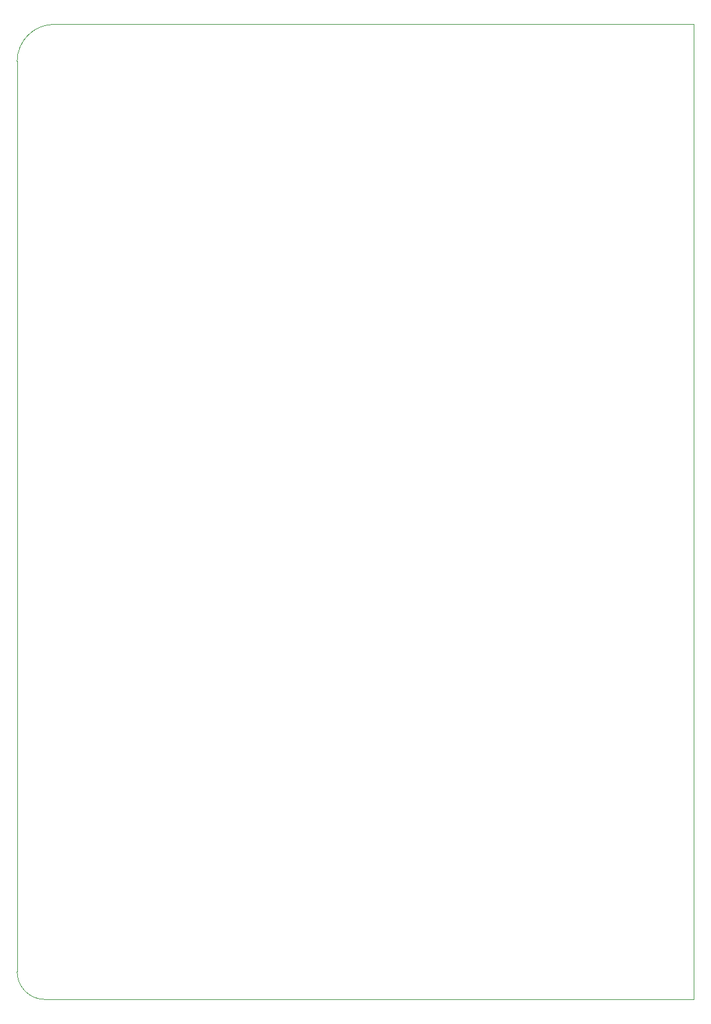
<source format=gbr>
G04 #@! TF.GenerationSoftware,KiCad,Pcbnew,(5.1.8)-1*
G04 #@! TF.CreationDate,2022-01-31T17:06:36-05:00*
G04 #@! TF.ProjectId,ElectromagnetController_V3,456c6563-7472-46f6-9d61-676e6574436f,rev?*
G04 #@! TF.SameCoordinates,Original*
G04 #@! TF.FileFunction,Profile,NP*
%FSLAX46Y46*%
G04 Gerber Fmt 4.6, Leading zero omitted, Abs format (unit mm)*
G04 Created by KiCad (PCBNEW (5.1.8)-1) date 2022-01-31 17:06:36*
%MOMM*%
%LPD*%
G01*
G04 APERTURE LIST*
G04 #@! TA.AperFunction,Profile*
%ADD10C,0.050000*%
G04 #@! TD*
G04 APERTURE END LIST*
D10*
X63373000Y-158750000D02*
G75*
G02*
X59563000Y-154940000I0J3810000D01*
G01*
X59563000Y-30080000D02*
G75*
G02*
X64643000Y-25000000I5080000J0D01*
G01*
X63373000Y-158750000D02*
X152400000Y-158750000D01*
X59563000Y-147320000D02*
X59563000Y-154940000D01*
X59563000Y-30080000D02*
X59563000Y-147320000D01*
X152400000Y-25000000D02*
X64643000Y-25000000D01*
X152400000Y-158750000D02*
X152400000Y-25000000D01*
M02*

</source>
